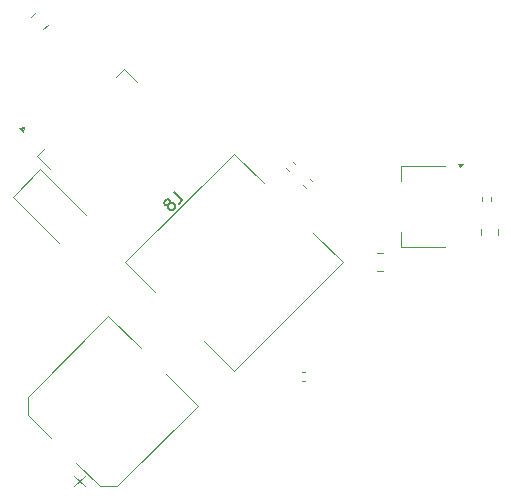
<source format=gbr>
%TF.GenerationSoftware,KiCad,Pcbnew,8.0.1*%
%TF.CreationDate,2024-09-30T12:45:28-07:00*%
%TF.ProjectId,rocketBeaconModule,726f636b-6574-4426-9561-636f6e4d6f64,rev?*%
%TF.SameCoordinates,Original*%
%TF.FileFunction,Legend,Bot*%
%TF.FilePolarity,Positive*%
%FSLAX46Y46*%
G04 Gerber Fmt 4.6, Leading zero omitted, Abs format (unit mm)*
G04 Created by KiCad (PCBNEW 8.0.1) date 2024-09-30 12:45:28*
%MOMM*%
%LPD*%
G01*
G04 APERTURE LIST*
%ADD10C,0.150000*%
%ADD11C,0.120000*%
G04 APERTURE END LIST*
D10*
X72732132Y-116387630D02*
X73068850Y-116050913D01*
X73068850Y-116050913D02*
X72361743Y-115343806D01*
X71991353Y-116320287D02*
X72025025Y-116219272D01*
X72025025Y-116219272D02*
X72025025Y-116151928D01*
X72025025Y-116151928D02*
X71991353Y-116050913D01*
X71991353Y-116050913D02*
X71957682Y-116017241D01*
X71957682Y-116017241D02*
X71856666Y-115983569D01*
X71856666Y-115983569D02*
X71789323Y-115983569D01*
X71789323Y-115983569D02*
X71688308Y-116017241D01*
X71688308Y-116017241D02*
X71553621Y-116151928D01*
X71553621Y-116151928D02*
X71519949Y-116252943D01*
X71519949Y-116252943D02*
X71519949Y-116320287D01*
X71519949Y-116320287D02*
X71553621Y-116421302D01*
X71553621Y-116421302D02*
X71587292Y-116454974D01*
X71587292Y-116454974D02*
X71688308Y-116488646D01*
X71688308Y-116488646D02*
X71755651Y-116488646D01*
X71755651Y-116488646D02*
X71856666Y-116454974D01*
X71856666Y-116454974D02*
X71991353Y-116320287D01*
X71991353Y-116320287D02*
X72092369Y-116286615D01*
X72092369Y-116286615D02*
X72159712Y-116286615D01*
X72159712Y-116286615D02*
X72260727Y-116320287D01*
X72260727Y-116320287D02*
X72395414Y-116454974D01*
X72395414Y-116454974D02*
X72429086Y-116555989D01*
X72429086Y-116555989D02*
X72429086Y-116623333D01*
X72429086Y-116623333D02*
X72395414Y-116724348D01*
X72395414Y-116724348D02*
X72260727Y-116859035D01*
X72260727Y-116859035D02*
X72159712Y-116892707D01*
X72159712Y-116892707D02*
X72092369Y-116892707D01*
X72092369Y-116892707D02*
X71991353Y-116859035D01*
X71991353Y-116859035D02*
X71856666Y-116724348D01*
X71856666Y-116724348D02*
X71822995Y-116623333D01*
X71822995Y-116623333D02*
X71822995Y-116555989D01*
X71822995Y-116555989D02*
X71856666Y-116454974D01*
D11*
%TO.C,L8*%
X79929429Y-114614099D02*
X77419200Y-112103870D01*
X68212670Y-121310400D02*
X77419200Y-112103870D01*
X84115501Y-118800171D02*
X86625730Y-121310400D01*
X77419200Y-130516930D02*
X86625730Y-121310400D01*
X70722899Y-123820629D02*
X68212670Y-121310400D01*
X74908971Y-128006701D02*
X77419200Y-130516930D01*
%TO.C,C48*%
X98325000Y-119006253D02*
X98325000Y-118483747D01*
X99795000Y-119006253D02*
X99795000Y-118483747D01*
%TO.C,D6*%
X61041781Y-113445329D02*
X58708329Y-115778781D01*
X62604487Y-119674940D02*
X58708329Y-115778781D01*
X64937940Y-117341487D02*
X61041781Y-113445329D01*
%TO.C,R17*%
X83507540Y-114982141D02*
X83290259Y-114764860D01*
X84044941Y-114444740D02*
X83827660Y-114227459D01*
%TO.C,C45*%
X60255543Y-100503010D02*
X60625010Y-100133543D01*
X61294990Y-101542457D02*
X61664457Y-101172990D01*
%TO.C,R16*%
X82085140Y-113559741D02*
X81867859Y-113342460D01*
X82622541Y-113022340D02*
X82405260Y-112805059D01*
%TO.C,U6*%
X91562000Y-113176000D02*
X95322000Y-113175999D01*
X91562000Y-114435999D02*
X91562000Y-113176000D01*
X91562000Y-118736001D02*
X91562000Y-119996000D01*
X91562000Y-119996000D02*
X95322000Y-119996001D01*
X96602000Y-113276000D02*
X96362000Y-112946000D01*
X96842000Y-112946000D01*
X96602000Y-113276000D01*
G36*
X96602000Y-113276000D02*
G01*
X96362000Y-112946000D01*
X96842000Y-112946000D01*
X96602000Y-113276000D01*
G37*
%TO.C,R18*%
X98426000Y-115797359D02*
X98426000Y-116104641D01*
X99186000Y-115797359D02*
X99186000Y-116104641D01*
%TO.C,R1*%
X83158359Y-130557000D02*
X83465641Y-130557000D01*
X83158359Y-131317000D02*
X83465641Y-131317000D01*
%TO.C,U5*%
X60785080Y-112334990D02*
X61845740Y-113395650D01*
X61456831Y-111663239D02*
X60785080Y-112334990D01*
X67467239Y-105652831D02*
X68138990Y-104981080D01*
X68138990Y-104981080D02*
X69199650Y-106041740D01*
X59581230Y-110254328D02*
X59241819Y-109914917D01*
X59644870Y-109851277D01*
X59581230Y-110254328D01*
G36*
X59581230Y-110254328D02*
G01*
X59241819Y-109914917D01*
X59644870Y-109851277D01*
X59581230Y-110254328D01*
G37*
%TO.C,C46*%
X74381999Y-133451787D02*
X67554485Y-140279301D01*
X71659638Y-130729426D02*
X74381999Y-133451787D01*
X69524175Y-128593963D02*
X66801814Y-125871602D01*
X67554485Y-140279301D02*
X66049143Y-140279301D01*
X66801814Y-125871602D02*
X59974300Y-132699116D01*
X64793631Y-139363200D02*
X63909747Y-140247083D01*
X64079453Y-138309611D02*
X66049143Y-140279301D01*
X63909747Y-139363200D02*
X64793631Y-140247083D01*
X61943990Y-136174148D02*
X59974300Y-134204458D01*
X59974300Y-132699116D02*
X59974300Y-134204458D01*
%TO.C,C47*%
X89527748Y-120550000D02*
X90050252Y-120550000D01*
X89527748Y-122020000D02*
X90050252Y-122020000D01*
%TD*%
M02*

</source>
